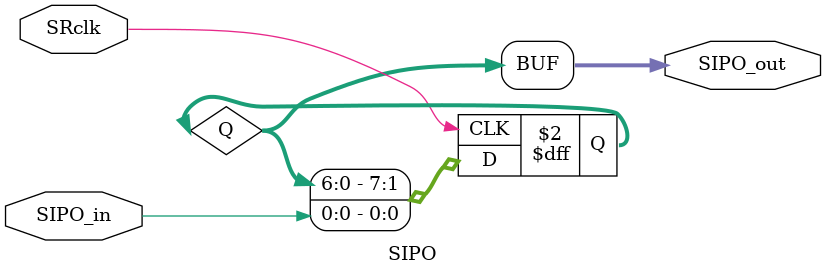
<source format=sv>
module SIPO (SRclk, SIPO_in, SIPO_out);
	input 			SRclk, SIPO_in;
	output [7:0] 	SIPO_out;
	reg	 [7:0] 	Q;
	
	always @(posedge SRclk) 
		begin 
			Q[0] <= SIPO_in;
			Q[1] <= Q[0];
			Q[2] <= Q[1];
			Q[3] <= Q[2];
			Q[4] <= Q[3];
			Q[5] <= Q[4];
			Q[6] <= Q[5];
			Q[7] <= Q[6];
		end
	
	assign SIPO_out = Q;
		
endmodule

</source>
